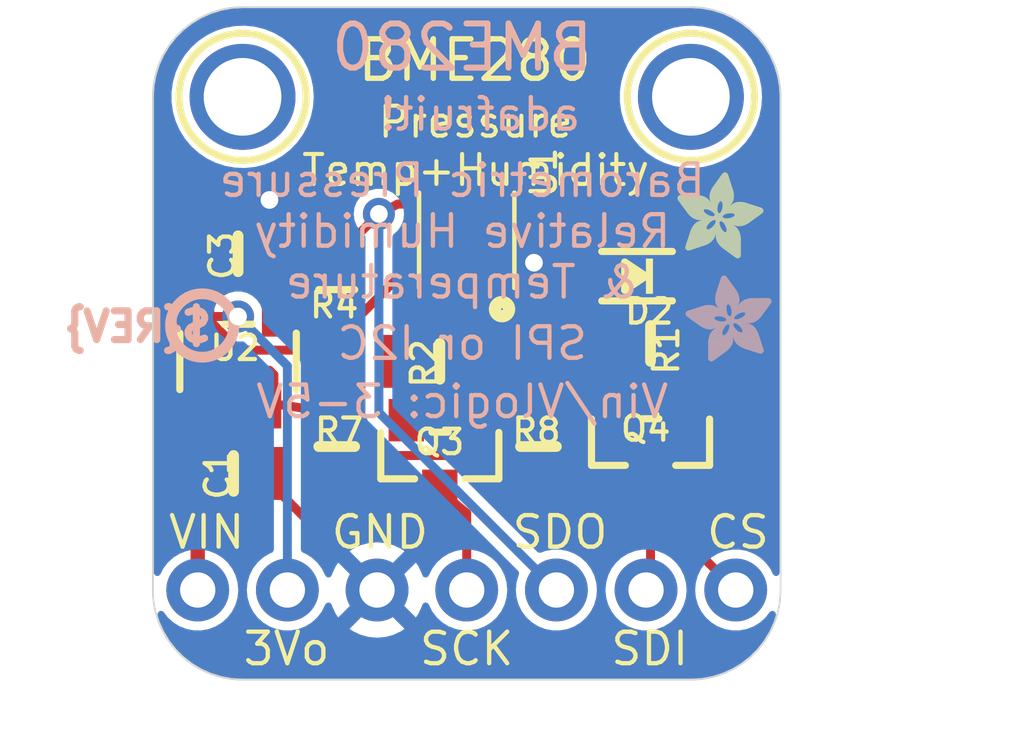
<source format=kicad_pcb>
(kicad_pcb (version 20221018) (generator pcbnew)
  (layers (0 "F.Cu" signal) (31 "B.Cu" signal) (34 "B.Paste" user) (35 "F.Paste" user) (36 "B.SilkS" user "B.Silkscreen") (37 "F.SilkS" user "F.Silkscreen") (38 "B.Mask" user) (39 "F.Mask" user) (44 "Edge.Cuts" user))
  (net 0 "")
  (net 1 "GND")
  (net 2 "SDI_3V")
  (net 3 "SCK_3V")
  (net 4 "CS_3V")
  (net 5 "5.0V")
  (net 6 "3.3V")
  (net 7 "CS_5V")
  (net 8 "SCK/SCL_5V")
  (net 9 "SDI/SDA_5V")
  (net 10 "SDO/ADR_3V")
  (footprint "working:0805-NO" (layer "F.Cu") (at 141.8971 108.6866)
    (fp_text reference "C1" (at -0.4445 -0.6985 90) (layer "F.SilkS") (effects (font (size 0.692831 0.692831) (thickness 0.119969)) (justify right)))
    (fp_text value "10uF")
    (pad "1" smd rect (at -0.95 0) (size 1.3 1.5) (layers "F.Cu" "F.Paste" "F.Mask") (net 5 "5.0V"))
    (pad "2" smd rect (at 0.95 0) (size 1.3 1.5) (layers "F.Cu" "F.Paste" "F.Mask") (net 1 "GND"))
  )
  (footprint "working:1X07_ROUND_70" (layer "F.Cu") (at 148.5011 111.9886)
    (fp_text reference "JP2" hide)
    (fp_text value "")
    (pad "1" thru_hole circle (at -7.62 0 90) (size 1.778 1.778) (drill 1) (layers "*.Cu" "*.Mask") (net 5 "5.0V"))
    (pad "2" thru_hole circle (at -5.08 0 90) (size 1.778 1.778) (drill 1) (layers "*.Cu" "*.Mask") (net 6 "3.3V"))
    (pad "3" thru_hole circle (at -2.54 0 90) (size 1.778 1.778) (drill 1) (layers "*.Cu" "*.Mask") (net 1 "GND"))
    (pad "4" thru_hole circle (at 0 0 90) (size 1.778 1.778) (drill 1) (layers "*.Cu" "*.Mask") (net 8 "SCK/SCL_5V"))
    (pad "5" thru_hole circle (at 2.54 0 90) (size 1.778 1.778) (drill 1) (layers "*.Cu" "*.Mask") (net 10 "SDO/ADR_3V"))
    (pad "6" thru_hole circle (at 5.08 0 90) (size 1.778 1.778) (drill 1) (layers "*.Cu" "*.Mask") (net 9 "SDI/SDA_5V"))
    (pad "7" thru_hole circle (at 7.62 0 90) (size 1.778 1.778) (drill 1) (layers "*.Cu" "*.Mask") (net 7 "CS_5V"))
  )
  (footprint "working:_0805MP" (layer "F.Cu") (at 144.8181 103.4796 -90)
    (fp_text reference "R4" (at 0.4445 0.8255) (layer "F.SilkS") (effects (font (size 0.692831 0.692831) (thickness 0.119969)) (justify left)))
    (fp_text value "10K")
    (pad "1" smd rect (at -1.016 0 270) (size 1.2 1.3) (layers "F.Cu" "F.Paste" "F.Mask") (net 10 "SDO/ADR_3V"))
    (pad "2" smd rect (at 1.016 0 270) (size 1.2 1.3) (layers "F.Cu" "F.Paste" "F.Mask") (net 6 "3.3V"))
  )
  (footprint "working:SOD-323" (layer "F.Cu") (at 153.3271 103.0986 180)
    (fp_text reference "D2" (at -1.1 -1) (layer "F.SilkS") (effects (font (size 0.692831 0.692831) (thickness 0.119969)) (justify right)))
    (fp_text value "1N4148")
    (pad "A" smd rect (at 1.27 0 180) (size 1.35 0.8) (layers "F.Cu" "F.Paste" "F.Mask") (net 4 "CS_3V"))
    (pad "C" smd rect (at -1.27 0 180) (size 1.35 0.8) (layers "F.Cu" "F.Paste" "F.Mask") (net 7 "CS_5V"))
  )
  (footprint "working:SOT23-WIDE" (layer "F.Cu") (at 147.7391 108.1786 180)
    (fp_text reference "Q3" (at -0.762 0.381) (layer "F.SilkS") (effects (font (size 0.692831 0.692831) (thickness 0.119969)) (justify right)))
    (fp_text value "BSS138")
    (pad "1" smd rect (at -0.95 1 180) (size 1 1.2) (layers "F.Cu" "F.Paste" "F.Mask") (net 6 "3.3V"))
    (pad "2" smd rect (at 0.95 1 180) (size 1 1.2) (layers "F.Cu" "F.Paste" "F.Mask") (net 3 "SCK_3V"))
    (pad "3" smd rect (at 0 -1 180) (size 1 1.2) (layers "F.Cu" "F.Paste" "F.Mask") (net 8 "SCK/SCL_5V"))
  )
  (footprint "working:FIDUCIAL_1MM" (layer "F.Cu") (at 140.6271 100.5586)
    (fp_text reference "U$5" hide)
    (fp_text value "FIDUCIAL\"\"" hide)
    (pad "1" smd roundrect (at 0 0) (size 1 1) (layers "F.Cu" "F.Mask") (roundrect_rratio 0.5))
  )
  (footprint "working:SOT23-5" (layer "F.Cu") (at 142.0241 105.5116)
    (fp_text reference "U2" (at 0.689 -0.381) (layer "F.SilkS") (effects (font (size 0.692831 0.692831) (thickness 0.119969)) (justify right)))
    (fp_text value "MIC5225-3.3")
    (pad "1" smd rect (at -0.95 1.3001) (size 0.55 1.2) (layers "F.Cu" "F.Paste" "F.Mask") (net 5 "5.0V"))
    (pad "2" smd rect (at 0 1.3001) (size 0.55 1.2) (layers "F.Cu" "F.Paste" "F.Mask") (net 1 "GND"))
    (pad "3" smd rect (at 0.95 1.3001) (size 0.55 1.2) (layers "F.Cu" "F.Paste" "F.Mask") (net 5 "5.0V"))
    (pad "4" smd rect (at 0.95 -1.3001) (size 0.55 1.2) (layers "F.Cu" "F.Paste" "F.Mask"))
    (pad "5" smd rect (at -0.95 -1.3001) (size 0.55 1.2) (layers "F.Cu" "F.Paste" "F.Mask") (net 6 "3.3V"))
  )
  (footprint "working:0805-NO" (layer "F.Cu") (at 142.0241 102.4636)
    (fp_text reference "C3" (at -0.4445 -0.6985 90) (layer "F.SilkS") (effects (font (size 0.692831 0.692831) (thickness 0.119969)) (justify right)))
    (fp_text value "10uF")
    (pad "1" smd rect (at -0.95 0) (size 1.3 1.5) (layers "F.Cu" "F.Paste" "F.Mask") (net 6 "3.3V"))
    (pad "2" smd rect (at 0.95 0) (size 1.3 1.5) (layers "F.Cu" "F.Paste" "F.Mask") (net 1 "GND"))
  )
  (footprint "working:0805-NO" (layer "F.Cu") (at 144.8181 107.9246 90)
    (fp_text reference "R7" (at 0.4445 0.8255) (layer "F.SilkS") (effects (font (size 0.692831 0.692831) (thickness 0.119969)) (justify right)))
    (fp_text value "10K")
    (pad "1" smd rect (at -0.95 0 90) (size 1.3 1.5) (layers "F.Cu" "F.Paste" "F.Mask") (net 8 "SCK/SCL_5V"))
    (pad "2" smd rect (at 0.95 0 90) (size 1.3 1.5) (layers "F.Cu" "F.Paste" "F.Mask") (net 5 "5.0V"))
  )
  (footprint "working:MOUNTINGHOLE_2.0_PLATED" (layer "F.Cu") (at 154.8511 98.0186)
    (fp_text reference "U$8" hide)
    (fp_text value "MOUNTINGHOLE2.0" hide)
    (pad "P$1" thru_hole circle (at 0 0) (size 3 3) (drill 2.2) (layers "*.Cu" "*.Mask"))
    (zone (net 0) (net_name "") (layer "B.Cu") (connect_pads (clearance 0)) (min_thickness 0.25)
      (keepout (tracks not_allowed) (vias not_allowed) (pads not_allowed) (copperpour not_allowed) (footprints allowed))
      (fill (thermal_gap 0.5) (thermal_bridge_width 0.5))
      (polygon (pts (xy 156.8671 98.0186) (xy 156.84748 97.738027) (xy 156.789004 97.462915) (xy 156.692808 97.198619) (xy 156.560765 96.950283) (xy 156.395446 96.72274) (xy 156.200067 96.52042) (xy 155.978433 96.34726) (xy 155.734856 96.206631) (xy 155.474078 96.10127) (xy 155.201175 96.033228) (xy 154.921457 96.003828) (xy 154.640371 96.013644) (xy 154.363385 96.062484) (xy 154.095893 96.149397) (xy 153.8431 96.272693) (xy 153.609926 96.42997) (xy 153.400911 96.618169) (xy 153.220122 96.833625) (xy 153.071078 97.072145) (xy 152.95668 97.329087) (xy 152.879154 97.59945) (xy 152.840011 97.877971) (xy 152.840011 98.159229) (xy 152.879154 98.43775) (xy 152.95668 98.708113) (xy 153.071078 98.965055) (xy 153.220122 99.203575) (xy 153.400911 99.419031) (xy 153.609926 99.60723) (xy 153.8431 99.764507) (xy 154.095893 99.887803) (xy 154.363385 99.974716) (xy 154.640371 100.023556) (xy 154.921457 100.033372) (xy 155.201175 100.003972) (xy 155.474078 99.93593) (xy 155.734856 99.830569) (xy 155.978433 99.68994) (xy 156.200067 99.51678) (xy 156.395446 99.31446) (xy 156.560765 99.086917) (xy 156.692808 98.838581) (xy 156.789004 98.574285) (xy 156.84748 98.299173)))
      (polygon (pts (xy 154.8351 98.0186) (xy 154.839786 98.029914) (xy 154.8511 98.0346) (xy 154.862414 98.029914) (xy 154.8671 98.0186) (xy 154.862414 98.007286) (xy 154.8511 98.0026) (xy 154.839786 98.007286)))
    )
  )
  (footprint "working:0805-NO" (layer "F.Cu") (at 147.7391 105.5116)
    (fp_text reference "R2" (at -0.4445 -0.6985 90) (layer "F.SilkS") (effects (font (size 0.692831 0.692831) (thickness 0.119969)) (justify right)))
    (fp_text value "10K")
    (pad "1" smd rect (at -0.95 0) (size 1.3 1.5) (layers "F.Cu" "F.Paste" "F.Mask") (net 3 "SCK_3V"))
    (pad "2" smd rect (at 0.95 0) (size 1.3 1.5) (layers "F.Cu" "F.Paste" "F.Mask") (net 6 "3.3V"))
  )
  (footprint "working:BME280" (layer "F.Cu") (at 148.5011 102.0826 -90)
    (fp_text reference "U1" (at -1.15 -2.185 90) (layer "F.SilkS") (effects (font (size 0.692831 0.692831) (thickness 0.119969)) (justify left)))
    (fp_text value "BME280")
    (pad "1" smd rect (at 1.025 -0.975 270) (size 0.7 0.35) (layers "F.Cu" "F.Paste" "F.Mask") (net 1 "GND"))
    (pad "2" smd rect (at 1.025 -0.325 270) (size 0.7 0.35) (layers "F.Cu" "F.Paste" "F.Mask") (net 4 "CS_3V"))
    (pad "3" smd rect (at 1.025 0.325 270) (size 0.7 0.35) (layers "F.Cu" "F.Paste" "F.Mask") (net 2 "SDI_3V"))
    (pad "4" smd rect (at 1.025 0.975 270) (size 0.7 0.35) (layers "F.Cu" "F.Paste" "F.Mask") (net 3 "SCK_3V"))
    (pad "5" smd rect (at -1.025 0.975 270) (size 0.7 0.35) (layers "F.Cu" "F.Paste" "F.Mask") (net 10 "SDO/ADR_3V"))
    (pad "6" smd rect (at -1.025 0.325 270) (size 0.7 0.35) (layers "F.Cu" "F.Paste" "F.Mask") (net 6 "3.3V"))
    (pad "7" smd rect (at -1.025 -0.325 270) (size 0.7 0.35) (layers "F.Cu" "F.Paste" "F.Mask") (net 1 "GND"))
    (pad "8" smd rect (at -1.025 -0.975 270) (size 0.7 0.35) (layers "F.Cu" "F.Paste" "F.Mask") (net 6 "3.3V"))
  )
  (footprint "working:FIDUCIAL_1MM" (layer "F.Cu") (at 156.5021 108.5596)
    (fp_text reference "U$15" hide)
    (fp_text value "FIDUCIAL\"\"" hide)
    (pad "1" smd roundrect (at 0 0) (size 1 1) (layers "F.Cu" "F.Mask") (roundrect_rratio 0.5))
  )
  (footprint "working:0805-NO" (layer "F.Cu") (at 150.5331 107.9246 90)
    (fp_text reference "R8" (at 0.4445 0.6985) (layer "F.SilkS") (effects (font (size 0.692831 0.692831) (thickness 0.119969)) (justify right)))
    (fp_text value "10K")
    (pad "1" smd rect (at -0.95 0 90) (size 1.3 1.5) (layers "F.Cu" "F.Paste" "F.Mask") (net 9 "SDI/SDA_5V"))
    (pad "2" smd rect (at 0.95 0 90) (size 1.3 1.5) (layers "F.Cu" "F.Paste" "F.Mask") (net 5 "5.0V"))
  )
  (footprint "working:SOT23-WIDE" (layer "F.Cu") (at 153.7081 107.7976 180)
    (fp_text reference "Q4" (at -0.635 0.381) (layer "F.SilkS") (effects (font (size 0.692831 0.692831) (thickness 0.119969)) (justify right)))
    (fp_text value "BSS138")
    (pad "1" smd rect (at -0.95 1 180) (size 1 1.2) (layers "F.Cu" "F.Paste" "F.Mask") (net 6 "3.3V"))
    (pad "2" smd rect (at 0.95 1 180) (size 1 1.2) (layers "F.Cu" "F.Paste" "F.Mask") (net 2 "SDI_3V"))
    (pad "3" smd rect (at 0 -1 180) (size 1 1.2) (layers "F.Cu" "F.Paste" "F.Mask") (net 9 "SDI/SDA_5V"))
  )
  (footprint "working:ADAFRUIT_2.5MM" (layer "F.Cu") (at 154.4701 102.5906)
    (fp_text reference "U$6" hide)
    (fp_text value "" hide)
  )
  (footprint "working:MOUNTINGHOLE_2.0_PLATED" (layer "F.Cu") (at 142.1511 98.0186)
    (fp_text reference "U$7" hide)
    (fp_text value "MOUNTINGHOLE2.0" hide)
    (pad "P$1" thru_hole circle (at 0 0) (size 3 3) (drill 2.2) (layers "*.Cu" "*.Mask"))
    (zone (net 0) (net_name "") (layer "B.Cu") (connect_pads (clearance 0)) (min_thickness 0.25)
      (keepout (tracks not_allowed) (vias not_allowed) (pads not_allowed) (copperpour not_allowed) (footprints allowed))
      (fill (thermal_gap 0.5) (thermal_bridge_width 0.5))
      (polygon (pts (xy 144.1671 98.0186) (xy 144.14748 97.738027) (xy 144.089004 97.462915) (xy 143.992808 97.198619) (xy 143.860765 96.950283) (xy 143.695446 96.72274) (xy 143.500067 96.52042) (xy 143.278433 96.34726) (xy 143.034856 96.206631) (xy 142.774078 96.10127) (xy 142.501175 96.033228) (xy 142.221457 96.003828) (xy 141.940371 96.013644) (xy 141.663385 96.062484) (xy 141.395893 96.149397) (xy 141.1431 96.272693) (xy 140.909926 96.42997) (xy 140.700911 96.618169) (xy 140.520122 96.833625) (xy 140.371078 97.072145) (xy 140.25668 97.329087) (xy 140.179154 97.59945) (xy 140.140011 97.877971) (xy 140.140011 98.159229) (xy 140.179154 98.43775) (xy 140.25668 98.708113) (xy 140.371078 98.965055) (xy 140.520122 99.203575) (xy 140.700911 99.419031) (xy 140.909926 99.60723) (xy 141.1431 99.764507) (xy 141.395893 99.887803) (xy 141.663385 99.974716) (xy 141.940371 100.023556) (xy 142.221457 100.033372) (xy 142.501175 100.003972) (xy 142.774078 99.93593) (xy 143.034856 99.830569) (xy 143.278433 99.68994) (xy 143.500067 99.51678) (xy 143.695446 99.31446) (xy 143.860765 99.086917) (xy 143.992808 98.838581) (xy 144.089004 98.574285) (xy 144.14748 98.299173)))
      (polygon (pts (xy 142.1351 98.0186) (xy 142.139786 98.029914) (xy 142.1511 98.0346) (xy 142.162414 98.029914) (xy 142.1671 98.0186) (xy 142.162414 98.007286) (xy 142.1511 98.0026) (xy 142.139786 98.007286)))
    )
  )
  (footprint "working:0805-NO" (layer "F.Cu") (at 153.7081 105.0036)
    (fp_text reference "R1" (at 0.4445 0.9525 90) (layer "F.SilkS") (effects (font (size 0.692831 0.692831) (thickness 0.119969)) (justify left)))
    (fp_text value "10K")
    (pad "1" smd rect (at -0.95 0) (size 1.3 1.5) (layers "F.Cu" "F.Paste" "F.Mask") (net 2 "SDI_3V"))
    (pad "2" smd rect (at 0.95 0) (size 1.3 1.5) (layers "F.Cu" "F.Paste" "F.Mask") (net 6 "3.3V"))
  )
  (footprint "working:PCBFEAT-REV-040" (layer "B.Cu") (at 141.0081 104.4956 180)
    (fp_text reference "U$20" hide)
    (fp_text value "" hide)
    (fp_text user "${REV}" (at -0.3556 -0.508) (layer "B.SilkS") (effects (font (size 0.8128 0.8128) (thickness 0.2032)) (justify left bottom mirror)))
  )
  (footprint "working:ADAFRUIT_2.5MM" (layer "B.Cu") (at 157.1371 105.5116 180)
    (fp_text reference "U$2" hide)
    (fp_text value "" hide)
  )
  (gr_line (start 139.6111 111.9886) (end 139.6111 98.0186) (stroke (width 0.05)) (layer "Edge.Cuts"))
  (gr_arc (start 139.6111 98.0186) (mid 140.355049 96.222549) (end 142.1511 95.4786) (stroke (width 0.05)) (layer "Edge.Cuts"))
  (gr_arc (start 142.1511 114.5286) (mid 140.355049 113.784651) (end 139.6111 111.9886) (stroke (width 0.05)) (layer "Edge.Cuts"))
  (gr_arc (start 154.8511 95.4786) (mid 156.647151 96.222549) (end 157.3911 98.0186) (stroke (width 0.05)) (layer "Edge.Cuts"))
  (gr_line (start 142.1511 95.4786) (end 154.8511 95.4786) (stroke (width 0.05)) (layer "Edge.Cuts"))
  (gr_line (start 157.3911 98.0186) (end 157.3911 111.9886) (stroke (width 0.05)) (layer "Edge.Cuts"))
  (gr_line (start 154.8511 114.5286) (end 142.1511 114.5286) (stroke (width 0.05)) (layer "Edge.Cuts"))
  (gr_arc (start 157.3911 111.9886) (mid 156.647151 113.784651) (end 154.8511 114.5286) (stroke (width 0.05)) (layer "Edge.Cuts"))
  (gr_text "Barometric Pressure\nRelative Humidity\n& Temperature" (at 148.3741 101.8286) (layer "B.SilkS") (effects (font (size 0.89408 0.89408) (thickness 0.12192)) (justify mirror)))
  (gr_text "adafruit!" (at 151.8031 99.0346) (layer "B.SilkS") (effects (font (size 0.89408 0.89408) (thickness 0.12192)) (justify left bottom mirror)))
  (gr_text "BME280" (at 148.3741 96.6216) (layer "B.SilkS") (effects (font (size 1.251712 1.251712) (thickness 0.170688)) (justify mirror)))
  (gr_text "SPI or I2C" (at 148.3741 105.0036) (layer "B.SilkS") (effects (font (size 0.89408 0.89408) (thickness 0.12192)) (justify mirror)))
  (gr_text "Vin/Vlogic: 3-5V" (at 148.3741 106.6546) (layer "B.SilkS") (effects (font (size 0.89408 0.89408) (thickness 0.12192)) (justify mirror)))
  (gr_text "SDO" (at 152.5651 109.8296) (layer "F.SilkS") (effects (font (size 0.89408 0.89408) (thickness 0.12192)) (justify right top)))
  (gr_text "SDI" (at 154.8511 113.1316) (layer "F.SilkS") (effects (font (size 0.89408 0.89408) (thickness 0.12192)) (justify right top)))
  (gr_text "3Vo" (at 144.6911 113.1316) (layer "F.SilkS") (effects (font (size 0.89408 0.89408) (thickness 0.12192)) (justify right top)))
  (gr_text "BME280" (at 145.3261 97.6376) (layer "F.SilkS") (effects (font (size 1.1176 1.1176) (thickness 0.1524)) (justify left bottom)))
  (gr_text "CS" (at 157.1371 109.8296) (layer "F.SilkS") (effects (font (size 0.89408 0.89408) (thickness 0.12192)) (justify right top)))
  (gr_text "SCK" (at 149.8981 113.1316) (layer "F.SilkS") (effects (font (size 0.89408 0.89408) (thickness 0.12192)) (justify right top)))
  (gr_text "GND" (at 147.4851 109.8296) (layer "F.SilkS") (effects (font (size 0.89408 0.89408) (thickness 0.12192)) (justify right top)))
  (gr_text "Pressure\nTemp+Humidity" (at 148.7551 99.4156) (layer "F.SilkS") (effects (font (size 0.849376 0.849376) (thickness 0.115824))))
  (gr_text "VIN" (at 142.2781 109.8296) (layer "F.SilkS") (effects (font (size 0.89408 0.89408) (thickness 0.12192)) (justify right top)))
  (segment (start 149.4761 102.668607) (end 149.652093 102.8446) (width 0.254) (layer "F.Cu") (net 1))
  (segment (start 149.4761 102.668607) (end 149.4761 103.1076) (width 0.254) (layer "F.Cu") (net 1))
  (segment (start 148.8261 101.6456) (end 149.4761 102.2956) (width 0.254) (layer "F.Cu") (net 1))
  (segment (start 142.8471 108.8746) (end 145.9611 111.9886) (width 0.254) (layer "F.Cu") (net 1))
  (segment (start 149.4761 102.2956) (end 149.4761 102.668607) (width 0.254) (layer "F.Cu") (net 1))
  (segment (start 142.6591 108.1786) (end 142.6591 108.4986) (width 0.254) (layer "F.Cu") (net 1))
  (segment (start 142.0241 107.5436) (end 142.6591 108.1786) (width 0.254) (layer "F.Cu") (net 1))
  (segment (start 142.8471 108.6866) (end 142.8471 108.8746) (width 0.254) (layer "F.Cu") (net 1))
  (segment (start 148.8261 101.0576) (end 148.8261 101.6456) (width 0.254) (layer "F.Cu") (net 1))
  (segment (start 149.652093 102.8446) (end 150.4061 102.7176) (width 0.254) (layer "F.Cu") (net 1))
  (segment (start 142.0241 106.8117) (end 142.0241 107.5436) (width 0.254) (layer "F.Cu") (net 1))
  (segment (start 142.6591 108.4986) (end 142.8471 108.6866) (width 0.254) (layer "F.Cu") (net 1))
  (segment (start 142.9741 102.4636) (end 142.9131 102.4026) (width 0.254) (layer "F.Cu") (net 1))
  (segment (start 142.9131 102.4026) (end 142.9131 100.9396) (width 0.254) (layer "F.Cu") (net 1))
  (via (at 142.9131 100.9396) (size 0.9064) (drill 0.5) (layers "F.Cu" "B.Cu") (net 1))
  (via (at 150.4061 102.7176) (size 0.9064) (drill 0.5) (layers "F.Cu" "B.Cu") (net 1))
  (segment (start 142.9131 100.9396) (end 142.7861 100.8126) (width 0.254) (layer "B.Cu") (net 1))
  (segment (start 150.4061 102.7176) (end 150.6601 102.8446) (width 0.254) (layer "B.Cu") (net 1))
  (segment (start 142.7861 100.8126) (end 142.6591 100.8126) (width 0.254) (layer "B.Cu") (net 1))
  (segment (start 148.1761 103.7896) (end 148.7551 104.3686) (width 0.254) (layer "F.Cu") (net 2))
  (segment (start 148.1761 103.1076) (end 148.1761 103.7896) (width 0.254) (layer "F.Cu") (net 2))
  (segment (start 150.2791 104.8766) (end 152.6311 104.8766) (width 0.254) (layer "F.Cu") (net 2))
  (segment (start 149.7711 104.3686) (end 150.2791 104.8766) (width 0.254) (layer "F.Cu") (net 2))
  (segment (start 152.6311 104.8766) (end 152.7581 105.0036) (width 0.254) (layer "F.Cu") (net 2))
  (segment (start 152.7581 105.0036) (end 152.7581 106.7976) (width 0.254) (layer "F.Cu") (net 2))
  (segment (start 148.7551 104.3686) (end 149.7711 104.3686) (width 0.254) (layer "F.Cu") (net 2))
  (segment (start 147.5261 103.1076) (end 147.5261 103.5656) (width 0.254) (layer "F.Cu") (net 3))
  (segment (start 146.7891 107.1786) (end 146.7891 105.5116) (width 0.254) (layer "F.Cu") (net 3))
  (segment (start 146.7891 104.0486) (end 146.7891 105.5116) (width 0.254) (layer "F.Cu") (net 3))
  (segment (start 147.5261 103.5656) (end 146.7891 104.0486) (width 0.254) (layer "F.Cu") (net 3))
  (segment (start 151.2951 103.8606) (end 152.0571 103.0986) (width 0.254) (layer "F.Cu") (net 4))
  (segment (start 148.8261 103.1076) (end 148.8261 103.6776) (width 0.254) (layer "F.Cu") (net 4))
  (segment (start 148.8261 103.6776) (end 149.0091 103.8606) (width 0.254) (layer "F.Cu") (net 4))
  (segment (start 149.0091 103.8606) (end 151.2951 103.8606) (width 0.254) (layer "F.Cu") (net 4))
  (segment (start 149.2631 108.1786) (end 146.0881 108.1786) (width 0.254) (layer "F.Cu") (net 5))
  (segment (start 150.5941 106.8476) (end 149.2631 108.1786) (width 0.254) (layer "F.Cu") (net 5))
  (segment (start 142.9131 105.7656) (end 143.0401 105.8926) (width 0.254) (layer "F.Cu") (net 5))
  (segment (start 140.8811 108.8796) (end 140.8811 108.6866) (width 0.254) (layer "F.Cu") (net 5))
  (segment (start 146.0881 108.1786) (end 144.8841 106.9746) (width 0.254) (layer "F.Cu") (net 5))
  (segment (start 141.0741 106.8117) (end 141.0741 105.8266) (width 0.254) (layer "F.Cu") (net 5))
  (segment (start 150.5331 106.9746) (end 150.5941 106.8476) (width 0.254) (layer "F.Cu") (net 5))
  (segment (start 143.0401 106.7457) (end 142.9741 106.8117) (width 0.254) (layer "F.Cu") (net 5))
  (segment (start 144.8841 106.9746) (end 144.8181 106.9746) (width 0.254) (layer "F.Cu") (net 5))
  (segment (start 141.0741 105.8266) (end 141.1351 105.7656) (width 0.254) (layer "F.Cu") (net 5))
  (segment (start 140.8811 108.6866) (end 140.9471 108.6866) (width 0.254) (layer "F.Cu") (net 5))
  (segment (start 140.8811 111.9886) (end 140.8811 108.8796) (width 0.4064) (layer "F.Cu") (net 5))
  (segment (start 143.0401 105.8926) (end 143.0401 106.7457) (width 0.254) (layer "F.Cu") (net 5))
  (segment (start 143.0401 106.7457) (end 143.0652 106.7206) (width 0.254) (layer "F.Cu") (net 5))
  (segment (start 141.0741 106.8117) (end 141.0741 108.6866) (width 0.254) (layer "F.Cu") (net 5))
  (segment (start 141.0741 108.6866) (end 140.9471 108.6866) (width 0.254) (layer "F.Cu") (net 5))
  (segment (start 143.0652 106.7206) (end 144.8181 106.9746) (width 0.254) (layer "F.Cu") (net 5))
  (segment (start 141.1351 105.7656) (end 142.9131 105.7656) (width 0.254) (layer "F.Cu") (net 5))
  (segment (start 150.4921 101.0576) (end 149.4761 101.0576) (width 0.254) (layer "F.Cu") (net 6))
  (segment (start 146.5961 102.5906) (end 146.9771 102.2096) (width 0.254) (layer "F.Cu") (net 6))
  (segment (start 152.0571 107.7976) (end 154.2161 107.7976) (width 0.254) (layer "F.Cu") (net 6))
  (segment (start 142.0567 105.1941) (end 141.0741 104.2115) (width 0.254) (layer "F.Cu") (net 6))
  (segment (start 151.1681 105.5116) (end 151.8031 106.1466) (width 0.254) (layer "F.Cu") (net 6))
  (segment (start 144.1196 105.1941) (end 142.0567 105.1941) (width 0.254) (layer "F.Cu") (net 6))
  (segment (start 154.5971 106.8586) (end 154.6581 106.7976) (width 0.254) (layer "F.Cu") (net 6))
  (segment (start 153.4541 102.0826) (end 153.2001 101.8286) (width 0.254) (layer "F.Cu") (net 6))
  (segment (start 151.8031 106.1466) (end 151.8031 107.5436) (width 0.254) (layer "F.Cu") (net 6))
  (segment (start 148.1761 101.0576) (end 148.1761 100.1776) (width 0.254) (layer "F.Cu") (net 6))
  (segment (start 144.8181 104.4956) (end 145.1991 104.4956) (width 0.254) (layer "F.Cu") (net 6))
  (segment (start 148.6891 105.5116) (end 151.1681 105.5116) (width 0.254) (layer "F.Cu") (net 6))
  (segment (start 147.8661 102.2096) (end 148.1761 101.8996) (width 0.254) (layer "F.Cu") (net 6))
  (segment (start 154.6581 105.0036) (end 154.6581 106.7976) (width 0.254) (layer "F.Cu") (net 6))
  (segment (start 144.8181 104.4956) (end 144.1196 105.1941) (width 0.254) (layer "F.Cu") (net 6))
  (segment (start 151.5171 101.8286) (end 150.4921 101.0576) (width 0.254) (layer "F.Cu") (net 6))
  (segment (start 154.5971 107.4166) (end 154.5971 106.8586) (width 0.254) (layer "F.Cu") (net 6))
  (segment (start 153.2001 101.8286) (end 151.5171 101.8286) (width 0.254) (layer "F.Cu") (net 6))
  (segment (start 153.4541 103.7336) (end 153.4541 102.0826) (width 0.254) (layer "F.Cu") (net 6))
  (segment (start 151.8031 107.5436) (end 152.0571 107.7976) (width 0.254) (layer "F.Cu") (net 6))
  (segment (start 154.2161 107.7976) (end 154.5971 107.4166) (width 0.254) (layer "F.Cu") (net 6))
  (segment (start 154.6581 105.0036) (end 154.6581 104.9376) (width 0.254) (layer "F.Cu") (net 6))
  (segment (start 148.6891 105.5116) (end 148.6891 107.1786) (width 0.254) (layer "F.Cu") (net 6))
  (segment (start 148.1761 101.8996) (end 148.1761 101.0576) (width 0.254) (layer "F.Cu") (net 6))
  (segment (start 142.0241 104.2416) (end 141.1042 104.2416) (width 0.254) (layer "F.Cu") (net 6))
  (segment (start 148.1761 100.1776) (end 149.4761 100.1776) (width 0.254) (layer "F.Cu") (net 6))
  (segment (start 154.6581 104.9376) (end 153.4541 103.7336) (width 0.254) (layer "F.Cu") (net 6))
  (segment (start 146.5961 103.0986) (end 146.5961 102.5906) (width 0.254) (layer "F.Cu") (net 6))
  (segment (start 145.1991 104.4956) (end 146.5961 103.0986) (width 0.254) (layer "F.Cu") (net 6))
  (segment (start 141.0741 104.2115) (end 141.0741 102.4636) (width 0.4064) (layer "F.Cu") (net 6))
  (segment (start 141.1042 104.2416) (end 141.0741 104.2115) (width 0.254) (layer "F.Cu") (net 6))
  (segment (start 149.4761 100.1776) (end 149.4761 101.0576) (width 0.254) (layer "F.Cu") (net 6))
  (segment (start 146.9771 102.2096) (end 147.8661 102.2096) (width 0.254) (layer "F.Cu") (net 6))
  (via (at 142.0241 104.2416) (size 0.9064) (drill 0.5) (layers "F.Cu" "B.Cu") (net 6))
  (segment (start 143.4211 111.9886) (end 143.4211 105.6386) (width 0.254) (layer "B.Cu") (net 6))
  (segment (start 143.4211 105.6386) (end 142.0241 104.2416) (width 0.254) (layer "B.Cu") (net 6))
  (segment (start 155.1051 103.0986) (end 156.1211 104.1146) (width 0.254) (layer "F.Cu") (net 7))
  (segment (start 154.5971 103.0986) (end 155.1051 103.0986) (width 0.254) (layer "F.Cu") (net 7))
  (segment (start 156.1211 107.0356) (end 155.2321 107.9246) (width 0.254) (layer "F.Cu") (net 7))
  (segment (start 156.1211 104.1146) (end 156.1211 107.0356) (width 0.254) (layer "F.Cu") (net 7))
  (segment (start 155.2321 107.9246) (end 155.2321 111.0996) (width 0.254) (layer "F.Cu") (net 7))
  (segment (start 155.2321 111.0996) (end 156.1211 111.9886) (width 0.254) (layer "F.Cu") (net 7))
  (segment (start 148.5011 109.8136) (end 148.5011 111.9886) (width 0.254) (layer "F.Cu") (net 8))
  (segment (start 147.7391 109.1786) (end 148.5011 109.8136) (width 0.254) (layer "F.Cu") (net 8))
  (segment (start 145.2491 109.1786) (end 147.7391 109.1786) (width 0.254) (layer "F.Cu") (net 8))
  (segment (start 144.8181 108.8746) (end 145.2491 109.1786) (width 0.254) (layer "F.Cu") (net 8))
  (segment (start 153.7081 111.8616) (end 153.5811 111.9886) (width 0.254) (layer "F.Cu") (net 9))
  (segment (start 150.5331 108.8746) (end 153.6581 108.8746) (width 0.254) (layer "F.Cu") (net 9))
  (segment (start 153.6581 108.8746) (end 153.7081 108.7976) (width 0.254) (layer "F.Cu") (net 9))
  (segment (start 153.7081 108.7976) (end 153.7081 111.8616) (width 0.254) (layer "F.Cu") (net 9))
  (segment (start 146.013375 101.334325) (end 146.5441 101.0576) (width 0.254) (layer "F.Cu") (net 10))
  (segment (start 144.8181 102.4636) (end 144.8841 102.4636) (width 0.254) (layer "F.Cu") (net 10))
  (segment (start 144.8841 102.4636) (end 146.013375 101.334325) (width 0.254) (layer "F.Cu") (net 10))
  (segment (start 146.5441 101.0576) (end 147.5261 101.0576) (width 0.254) (layer "F.Cu") (net 10))
  (via (at 146.013375 101.334325) (size 0.9064) (drill 0.5) (layers "F.Cu" "B.Cu") (net 10))
  (segment (start 146.013375 106.960875) (end 146.013375 101.334325) (width 0.254) (layer "B.Cu") (net 10))
  (segment (start 151.0411 111.9886) (end 146.013375 106.960875) (width 0.254) (layer "B.Cu") (net 10))
  (zone (net 1) (net_name "GND") (layer "B.Cu") (priority 6) (connect_pads (clearance 0.254)) (min_thickness 0.2032) (fill yes (thermal_gap 0.4564) (thermal_bridge_width 0.4564))
    (polygon (pts (xy 157.722659 114.7318) (xy 139.53625 114.7318) (xy 139.406541 95.2754) (xy 157.59295 95.2754)))
  )
)
</source>
